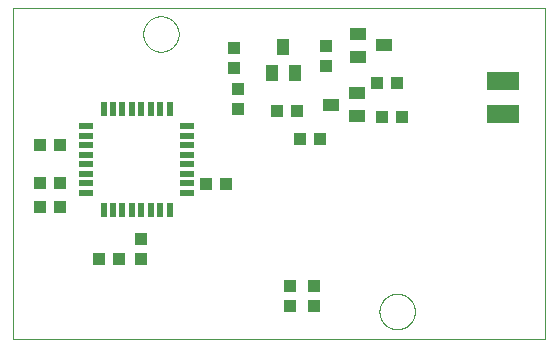
<source format=gtp>
G75*
%MOIN*%
%OFA0B0*%
%FSLAX25Y25*%
%IPPOS*%
%LPD*%
%AMOC8*
5,1,8,0,0,1.08239X$1,22.5*
%
%ADD10C,0.00000*%
%ADD11R,0.03937X0.04331*%
%ADD12R,0.04331X0.03937*%
%ADD13R,0.03937X0.05512*%
%ADD14R,0.05512X0.03937*%
%ADD15R,0.05000X0.02200*%
%ADD16R,0.02200X0.05000*%
%ADD17R,0.10630X0.06299*%
D10*
X0001000Y0001000D02*
X0001000Y0111236D01*
X0178165Y0111236D01*
X0178165Y0001000D01*
X0001000Y0001000D01*
X0123047Y0010055D02*
X0123049Y0010208D01*
X0123055Y0010362D01*
X0123065Y0010515D01*
X0123079Y0010667D01*
X0123097Y0010820D01*
X0123119Y0010971D01*
X0123144Y0011122D01*
X0123174Y0011273D01*
X0123208Y0011423D01*
X0123245Y0011571D01*
X0123286Y0011719D01*
X0123331Y0011865D01*
X0123380Y0012011D01*
X0123433Y0012155D01*
X0123489Y0012297D01*
X0123549Y0012438D01*
X0123613Y0012578D01*
X0123680Y0012716D01*
X0123751Y0012852D01*
X0123826Y0012986D01*
X0123903Y0013118D01*
X0123985Y0013248D01*
X0124069Y0013376D01*
X0124157Y0013502D01*
X0124248Y0013625D01*
X0124342Y0013746D01*
X0124440Y0013864D01*
X0124540Y0013980D01*
X0124644Y0014093D01*
X0124750Y0014204D01*
X0124859Y0014312D01*
X0124971Y0014417D01*
X0125085Y0014518D01*
X0125203Y0014617D01*
X0125322Y0014713D01*
X0125444Y0014806D01*
X0125569Y0014895D01*
X0125696Y0014982D01*
X0125825Y0015064D01*
X0125956Y0015144D01*
X0126089Y0015220D01*
X0126224Y0015293D01*
X0126361Y0015362D01*
X0126500Y0015427D01*
X0126640Y0015489D01*
X0126782Y0015547D01*
X0126925Y0015602D01*
X0127070Y0015653D01*
X0127216Y0015700D01*
X0127363Y0015743D01*
X0127511Y0015782D01*
X0127660Y0015818D01*
X0127810Y0015849D01*
X0127961Y0015877D01*
X0128112Y0015901D01*
X0128265Y0015921D01*
X0128417Y0015937D01*
X0128570Y0015949D01*
X0128723Y0015957D01*
X0128876Y0015961D01*
X0129030Y0015961D01*
X0129183Y0015957D01*
X0129336Y0015949D01*
X0129489Y0015937D01*
X0129641Y0015921D01*
X0129794Y0015901D01*
X0129945Y0015877D01*
X0130096Y0015849D01*
X0130246Y0015818D01*
X0130395Y0015782D01*
X0130543Y0015743D01*
X0130690Y0015700D01*
X0130836Y0015653D01*
X0130981Y0015602D01*
X0131124Y0015547D01*
X0131266Y0015489D01*
X0131406Y0015427D01*
X0131545Y0015362D01*
X0131682Y0015293D01*
X0131817Y0015220D01*
X0131950Y0015144D01*
X0132081Y0015064D01*
X0132210Y0014982D01*
X0132337Y0014895D01*
X0132462Y0014806D01*
X0132584Y0014713D01*
X0132703Y0014617D01*
X0132821Y0014518D01*
X0132935Y0014417D01*
X0133047Y0014312D01*
X0133156Y0014204D01*
X0133262Y0014093D01*
X0133366Y0013980D01*
X0133466Y0013864D01*
X0133564Y0013746D01*
X0133658Y0013625D01*
X0133749Y0013502D01*
X0133837Y0013376D01*
X0133921Y0013248D01*
X0134003Y0013118D01*
X0134080Y0012986D01*
X0134155Y0012852D01*
X0134226Y0012716D01*
X0134293Y0012578D01*
X0134357Y0012438D01*
X0134417Y0012297D01*
X0134473Y0012155D01*
X0134526Y0012011D01*
X0134575Y0011865D01*
X0134620Y0011719D01*
X0134661Y0011571D01*
X0134698Y0011423D01*
X0134732Y0011273D01*
X0134762Y0011122D01*
X0134787Y0010971D01*
X0134809Y0010820D01*
X0134827Y0010667D01*
X0134841Y0010515D01*
X0134851Y0010362D01*
X0134857Y0010208D01*
X0134859Y0010055D01*
X0134857Y0009902D01*
X0134851Y0009748D01*
X0134841Y0009595D01*
X0134827Y0009443D01*
X0134809Y0009290D01*
X0134787Y0009139D01*
X0134762Y0008988D01*
X0134732Y0008837D01*
X0134698Y0008687D01*
X0134661Y0008539D01*
X0134620Y0008391D01*
X0134575Y0008245D01*
X0134526Y0008099D01*
X0134473Y0007955D01*
X0134417Y0007813D01*
X0134357Y0007672D01*
X0134293Y0007532D01*
X0134226Y0007394D01*
X0134155Y0007258D01*
X0134080Y0007124D01*
X0134003Y0006992D01*
X0133921Y0006862D01*
X0133837Y0006734D01*
X0133749Y0006608D01*
X0133658Y0006485D01*
X0133564Y0006364D01*
X0133466Y0006246D01*
X0133366Y0006130D01*
X0133262Y0006017D01*
X0133156Y0005906D01*
X0133047Y0005798D01*
X0132935Y0005693D01*
X0132821Y0005592D01*
X0132703Y0005493D01*
X0132584Y0005397D01*
X0132462Y0005304D01*
X0132337Y0005215D01*
X0132210Y0005128D01*
X0132081Y0005046D01*
X0131950Y0004966D01*
X0131817Y0004890D01*
X0131682Y0004817D01*
X0131545Y0004748D01*
X0131406Y0004683D01*
X0131266Y0004621D01*
X0131124Y0004563D01*
X0130981Y0004508D01*
X0130836Y0004457D01*
X0130690Y0004410D01*
X0130543Y0004367D01*
X0130395Y0004328D01*
X0130246Y0004292D01*
X0130096Y0004261D01*
X0129945Y0004233D01*
X0129794Y0004209D01*
X0129641Y0004189D01*
X0129489Y0004173D01*
X0129336Y0004161D01*
X0129183Y0004153D01*
X0129030Y0004149D01*
X0128876Y0004149D01*
X0128723Y0004153D01*
X0128570Y0004161D01*
X0128417Y0004173D01*
X0128265Y0004189D01*
X0128112Y0004209D01*
X0127961Y0004233D01*
X0127810Y0004261D01*
X0127660Y0004292D01*
X0127511Y0004328D01*
X0127363Y0004367D01*
X0127216Y0004410D01*
X0127070Y0004457D01*
X0126925Y0004508D01*
X0126782Y0004563D01*
X0126640Y0004621D01*
X0126500Y0004683D01*
X0126361Y0004748D01*
X0126224Y0004817D01*
X0126089Y0004890D01*
X0125956Y0004966D01*
X0125825Y0005046D01*
X0125696Y0005128D01*
X0125569Y0005215D01*
X0125444Y0005304D01*
X0125322Y0005397D01*
X0125203Y0005493D01*
X0125085Y0005592D01*
X0124971Y0005693D01*
X0124859Y0005798D01*
X0124750Y0005906D01*
X0124644Y0006017D01*
X0124540Y0006130D01*
X0124440Y0006246D01*
X0124342Y0006364D01*
X0124248Y0006485D01*
X0124157Y0006608D01*
X0124069Y0006734D01*
X0123985Y0006862D01*
X0123903Y0006992D01*
X0123826Y0007124D01*
X0123751Y0007258D01*
X0123680Y0007394D01*
X0123613Y0007532D01*
X0123549Y0007672D01*
X0123489Y0007813D01*
X0123433Y0007955D01*
X0123380Y0008099D01*
X0123331Y0008245D01*
X0123286Y0008391D01*
X0123245Y0008539D01*
X0123208Y0008687D01*
X0123174Y0008837D01*
X0123144Y0008988D01*
X0123119Y0009139D01*
X0123097Y0009290D01*
X0123079Y0009443D01*
X0123065Y0009595D01*
X0123055Y0009748D01*
X0123049Y0009902D01*
X0123047Y0010055D01*
X0044307Y0102575D02*
X0044309Y0102728D01*
X0044315Y0102882D01*
X0044325Y0103035D01*
X0044339Y0103187D01*
X0044357Y0103340D01*
X0044379Y0103491D01*
X0044404Y0103642D01*
X0044434Y0103793D01*
X0044468Y0103943D01*
X0044505Y0104091D01*
X0044546Y0104239D01*
X0044591Y0104385D01*
X0044640Y0104531D01*
X0044693Y0104675D01*
X0044749Y0104817D01*
X0044809Y0104958D01*
X0044873Y0105098D01*
X0044940Y0105236D01*
X0045011Y0105372D01*
X0045086Y0105506D01*
X0045163Y0105638D01*
X0045245Y0105768D01*
X0045329Y0105896D01*
X0045417Y0106022D01*
X0045508Y0106145D01*
X0045602Y0106266D01*
X0045700Y0106384D01*
X0045800Y0106500D01*
X0045904Y0106613D01*
X0046010Y0106724D01*
X0046119Y0106832D01*
X0046231Y0106937D01*
X0046345Y0107038D01*
X0046463Y0107137D01*
X0046582Y0107233D01*
X0046704Y0107326D01*
X0046829Y0107415D01*
X0046956Y0107502D01*
X0047085Y0107584D01*
X0047216Y0107664D01*
X0047349Y0107740D01*
X0047484Y0107813D01*
X0047621Y0107882D01*
X0047760Y0107947D01*
X0047900Y0108009D01*
X0048042Y0108067D01*
X0048185Y0108122D01*
X0048330Y0108173D01*
X0048476Y0108220D01*
X0048623Y0108263D01*
X0048771Y0108302D01*
X0048920Y0108338D01*
X0049070Y0108369D01*
X0049221Y0108397D01*
X0049372Y0108421D01*
X0049525Y0108441D01*
X0049677Y0108457D01*
X0049830Y0108469D01*
X0049983Y0108477D01*
X0050136Y0108481D01*
X0050290Y0108481D01*
X0050443Y0108477D01*
X0050596Y0108469D01*
X0050749Y0108457D01*
X0050901Y0108441D01*
X0051054Y0108421D01*
X0051205Y0108397D01*
X0051356Y0108369D01*
X0051506Y0108338D01*
X0051655Y0108302D01*
X0051803Y0108263D01*
X0051950Y0108220D01*
X0052096Y0108173D01*
X0052241Y0108122D01*
X0052384Y0108067D01*
X0052526Y0108009D01*
X0052666Y0107947D01*
X0052805Y0107882D01*
X0052942Y0107813D01*
X0053077Y0107740D01*
X0053210Y0107664D01*
X0053341Y0107584D01*
X0053470Y0107502D01*
X0053597Y0107415D01*
X0053722Y0107326D01*
X0053844Y0107233D01*
X0053963Y0107137D01*
X0054081Y0107038D01*
X0054195Y0106937D01*
X0054307Y0106832D01*
X0054416Y0106724D01*
X0054522Y0106613D01*
X0054626Y0106500D01*
X0054726Y0106384D01*
X0054824Y0106266D01*
X0054918Y0106145D01*
X0055009Y0106022D01*
X0055097Y0105896D01*
X0055181Y0105768D01*
X0055263Y0105638D01*
X0055340Y0105506D01*
X0055415Y0105372D01*
X0055486Y0105236D01*
X0055553Y0105098D01*
X0055617Y0104958D01*
X0055677Y0104817D01*
X0055733Y0104675D01*
X0055786Y0104531D01*
X0055835Y0104385D01*
X0055880Y0104239D01*
X0055921Y0104091D01*
X0055958Y0103943D01*
X0055992Y0103793D01*
X0056022Y0103642D01*
X0056047Y0103491D01*
X0056069Y0103340D01*
X0056087Y0103187D01*
X0056101Y0103035D01*
X0056111Y0102882D01*
X0056117Y0102728D01*
X0056119Y0102575D01*
X0056117Y0102422D01*
X0056111Y0102268D01*
X0056101Y0102115D01*
X0056087Y0101963D01*
X0056069Y0101810D01*
X0056047Y0101659D01*
X0056022Y0101508D01*
X0055992Y0101357D01*
X0055958Y0101207D01*
X0055921Y0101059D01*
X0055880Y0100911D01*
X0055835Y0100765D01*
X0055786Y0100619D01*
X0055733Y0100475D01*
X0055677Y0100333D01*
X0055617Y0100192D01*
X0055553Y0100052D01*
X0055486Y0099914D01*
X0055415Y0099778D01*
X0055340Y0099644D01*
X0055263Y0099512D01*
X0055181Y0099382D01*
X0055097Y0099254D01*
X0055009Y0099128D01*
X0054918Y0099005D01*
X0054824Y0098884D01*
X0054726Y0098766D01*
X0054626Y0098650D01*
X0054522Y0098537D01*
X0054416Y0098426D01*
X0054307Y0098318D01*
X0054195Y0098213D01*
X0054081Y0098112D01*
X0053963Y0098013D01*
X0053844Y0097917D01*
X0053722Y0097824D01*
X0053597Y0097735D01*
X0053470Y0097648D01*
X0053341Y0097566D01*
X0053210Y0097486D01*
X0053077Y0097410D01*
X0052942Y0097337D01*
X0052805Y0097268D01*
X0052666Y0097203D01*
X0052526Y0097141D01*
X0052384Y0097083D01*
X0052241Y0097028D01*
X0052096Y0096977D01*
X0051950Y0096930D01*
X0051803Y0096887D01*
X0051655Y0096848D01*
X0051506Y0096812D01*
X0051356Y0096781D01*
X0051205Y0096753D01*
X0051054Y0096729D01*
X0050901Y0096709D01*
X0050749Y0096693D01*
X0050596Y0096681D01*
X0050443Y0096673D01*
X0050290Y0096669D01*
X0050136Y0096669D01*
X0049983Y0096673D01*
X0049830Y0096681D01*
X0049677Y0096693D01*
X0049525Y0096709D01*
X0049372Y0096729D01*
X0049221Y0096753D01*
X0049070Y0096781D01*
X0048920Y0096812D01*
X0048771Y0096848D01*
X0048623Y0096887D01*
X0048476Y0096930D01*
X0048330Y0096977D01*
X0048185Y0097028D01*
X0048042Y0097083D01*
X0047900Y0097141D01*
X0047760Y0097203D01*
X0047621Y0097268D01*
X0047484Y0097337D01*
X0047349Y0097410D01*
X0047216Y0097486D01*
X0047085Y0097566D01*
X0046956Y0097648D01*
X0046829Y0097735D01*
X0046704Y0097824D01*
X0046582Y0097917D01*
X0046463Y0098013D01*
X0046345Y0098112D01*
X0046231Y0098213D01*
X0046119Y0098318D01*
X0046010Y0098426D01*
X0045904Y0098537D01*
X0045800Y0098650D01*
X0045700Y0098766D01*
X0045602Y0098884D01*
X0045508Y0099005D01*
X0045417Y0099128D01*
X0045329Y0099254D01*
X0045245Y0099382D01*
X0045163Y0099512D01*
X0045086Y0099644D01*
X0045011Y0099778D01*
X0044940Y0099914D01*
X0044873Y0100052D01*
X0044809Y0100192D01*
X0044749Y0100333D01*
X0044693Y0100475D01*
X0044640Y0100619D01*
X0044591Y0100765D01*
X0044546Y0100911D01*
X0044505Y0101059D01*
X0044468Y0101207D01*
X0044434Y0101357D01*
X0044404Y0101508D01*
X0044379Y0101659D01*
X0044357Y0101810D01*
X0044339Y0101963D01*
X0044325Y0102115D01*
X0044315Y0102268D01*
X0044309Y0102422D01*
X0044307Y0102575D01*
D11*
X0076000Y0084346D03*
X0076000Y0077654D03*
X0096472Y0067457D03*
X0103165Y0067457D03*
X0123835Y0074819D03*
X0130528Y0074819D03*
X0128953Y0086394D03*
X0122260Y0086394D03*
X0093126Y0018520D03*
X0093126Y0011827D03*
D12*
X0101394Y0011827D03*
X0101394Y0018520D03*
X0071945Y0052732D03*
X0065252Y0052732D03*
X0043520Y0034268D03*
X0043520Y0027575D03*
X0036236Y0027496D03*
X0029543Y0027496D03*
X0016591Y0044858D03*
X0009898Y0044858D03*
X0009858Y0052811D03*
X0016551Y0052811D03*
X0016669Y0065724D03*
X0009976Y0065724D03*
X0074425Y0091079D03*
X0074425Y0097772D03*
X0105213Y0098559D03*
X0105213Y0091866D03*
X0095528Y0077063D03*
X0088835Y0077063D03*
D13*
X0087260Y0089701D03*
X0094740Y0089701D03*
X0091000Y0098362D03*
D14*
X0115882Y0095016D03*
X0124543Y0098756D03*
X0115882Y0102496D03*
X0115724Y0082772D03*
X0107063Y0079031D03*
X0115724Y0075291D03*
D15*
X0059002Y0071748D03*
X0059002Y0068598D03*
X0059002Y0065449D03*
X0059002Y0062299D03*
X0059002Y0059150D03*
X0059002Y0056000D03*
X0059002Y0052850D03*
X0059002Y0049701D03*
X0025202Y0049701D03*
X0025202Y0052850D03*
X0025202Y0056000D03*
X0025202Y0059150D03*
X0025202Y0062299D03*
X0025202Y0065449D03*
X0025202Y0068598D03*
X0025202Y0071748D03*
D16*
X0031079Y0077624D03*
X0034228Y0077624D03*
X0037378Y0077624D03*
X0040528Y0077624D03*
X0043677Y0077624D03*
X0046827Y0077624D03*
X0049976Y0077624D03*
X0053126Y0077624D03*
X0053126Y0043824D03*
X0049976Y0043824D03*
X0046827Y0043824D03*
X0043677Y0043824D03*
X0040528Y0043824D03*
X0037378Y0043824D03*
X0034228Y0043824D03*
X0031079Y0043824D03*
D17*
X0164386Y0075803D03*
X0164386Y0086827D03*
M02*

</source>
